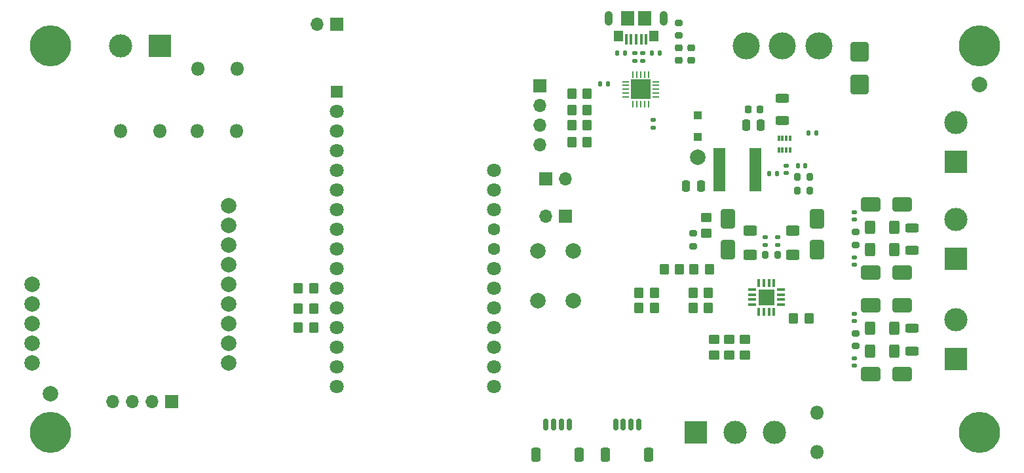
<source format=gbr>
%TF.GenerationSoftware,KiCad,Pcbnew,7.0.8*%
%TF.CreationDate,2024-03-31T13:52:50+01:00*%
%TF.ProjectId,cryoskills_sensor_kit,6372796f-736b-4696-9c6c-735f73656e73,rev?*%
%TF.SameCoordinates,Original*%
%TF.FileFunction,Soldermask,Top*%
%TF.FilePolarity,Negative*%
%FSLAX46Y46*%
G04 Gerber Fmt 4.6, Leading zero omitted, Abs format (unit mm)*
G04 Created by KiCad (PCBNEW 7.0.8) date 2024-03-31 13:52:50*
%MOMM*%
%LPD*%
G01*
G04 APERTURE LIST*
G04 Aperture macros list*
%AMRoundRect*
0 Rectangle with rounded corners*
0 $1 Rounding radius*
0 $2 $3 $4 $5 $6 $7 $8 $9 X,Y pos of 4 corners*
0 Add a 4 corners polygon primitive as box body*
4,1,4,$2,$3,$4,$5,$6,$7,$8,$9,$2,$3,0*
0 Add four circle primitives for the rounded corners*
1,1,$1+$1,$2,$3*
1,1,$1+$1,$4,$5*
1,1,$1+$1,$6,$7*
1,1,$1+$1,$8,$9*
0 Add four rect primitives between the rounded corners*
20,1,$1+$1,$2,$3,$4,$5,0*
20,1,$1+$1,$4,$5,$6,$7,0*
20,1,$1+$1,$6,$7,$8,$9,0*
20,1,$1+$1,$8,$9,$2,$3,0*%
G04 Aperture macros list end*
%ADD10RoundRect,0.200000X0.275000X-0.200000X0.275000X0.200000X-0.275000X0.200000X-0.275000X-0.200000X0*%
%ADD11RoundRect,0.225000X0.250000X-0.225000X0.250000X0.225000X-0.250000X0.225000X-0.250000X-0.225000X0*%
%ADD12C,3.000000*%
%ADD13R,3.000000X3.000000*%
%ADD14R,0.300000X0.670000*%
%ADD15RoundRect,0.140000X0.140000X0.170000X-0.140000X0.170000X-0.140000X-0.170000X0.140000X-0.170000X0*%
%ADD16RoundRect,0.135000X-0.135000X-0.185000X0.135000X-0.185000X0.135000X0.185000X-0.135000X0.185000X0*%
%ADD17RoundRect,0.250000X-0.900000X1.000000X-0.900000X-1.000000X0.900000X-1.000000X0.900000X1.000000X0*%
%ADD18RoundRect,0.250000X0.400000X0.625000X-0.400000X0.625000X-0.400000X-0.625000X0.400000X-0.625000X0*%
%ADD19O,1.700000X1.700000*%
%ADD20R,1.700000X1.700000*%
%ADD21C,2.000000*%
%ADD22RoundRect,0.250000X0.625000X-0.312500X0.625000X0.312500X-0.625000X0.312500X-0.625000X-0.312500X0*%
%ADD23RoundRect,0.250000X0.350000X0.450000X-0.350000X0.450000X-0.350000X-0.450000X0.350000X-0.450000X0*%
%ADD24C,5.300000*%
%ADD25RoundRect,0.250000X-0.350000X-0.450000X0.350000X-0.450000X0.350000X0.450000X-0.350000X0.450000X0*%
%ADD26R,1.600000X5.700000*%
%ADD27RoundRect,0.250000X-1.000000X-0.650000X1.000000X-0.650000X1.000000X0.650000X-1.000000X0.650000X0*%
%ADD28RoundRect,0.200000X0.200000X0.275000X-0.200000X0.275000X-0.200000X-0.275000X0.200000X-0.275000X0*%
%ADD29RoundRect,0.250000X0.450000X-0.350000X0.450000X0.350000X-0.450000X0.350000X-0.450000X-0.350000X0*%
%ADD30RoundRect,0.135000X-0.185000X0.135000X-0.185000X-0.135000X0.185000X-0.135000X0.185000X0.135000X0*%
%ADD31RoundRect,0.250000X0.250000X0.475000X-0.250000X0.475000X-0.250000X-0.475000X0.250000X-0.475000X0*%
%ADD32O,1.800000X1.800000*%
%ADD33RoundRect,0.250000X0.300000X-0.300000X0.300000X0.300000X-0.300000X0.300000X-0.300000X-0.300000X0*%
%ADD34RoundRect,0.218750X-0.256250X0.218750X-0.256250X-0.218750X0.256250X-0.218750X0.256250X0.218750X0*%
%ADD35R,2.100000X2.100000*%
%ADD36RoundRect,0.087500X-0.425000X0.087500X-0.425000X-0.087500X0.425000X-0.087500X0.425000X0.087500X0*%
%ADD37RoundRect,0.087500X-0.087500X0.425000X-0.087500X-0.425000X0.087500X-0.425000X0.087500X0.425000X0*%
%ADD38RoundRect,0.250000X-0.450000X0.350000X-0.450000X-0.350000X0.450000X-0.350000X0.450000X0.350000X0*%
%ADD39RoundRect,0.250000X-0.350000X-0.650000X0.350000X-0.650000X0.350000X0.650000X-0.350000X0.650000X0*%
%ADD40RoundRect,0.150000X-0.150000X-0.625000X0.150000X-0.625000X0.150000X0.625000X-0.150000X0.625000X0*%
%ADD41RoundRect,0.140000X-0.170000X0.140000X-0.170000X-0.140000X0.170000X-0.140000X0.170000X0.140000X0*%
%ADD42RoundRect,0.250000X-0.625000X0.400000X-0.625000X-0.400000X0.625000X-0.400000X0.625000X0.400000X0*%
%ADD43R,2.500000X2.500000*%
%ADD44RoundRect,0.062500X0.062500X0.350000X-0.062500X0.350000X-0.062500X-0.350000X0.062500X-0.350000X0*%
%ADD45RoundRect,0.062500X0.350000X0.062500X-0.350000X0.062500X-0.350000X-0.062500X0.350000X-0.062500X0*%
%ADD46C,3.500000*%
%ADD47RoundRect,0.135000X0.135000X0.185000X-0.135000X0.185000X-0.135000X-0.185000X0.135000X-0.185000X0*%
%ADD48O,1.050000X1.900000*%
%ADD49R,1.150000X1.450000*%
%ADD50R,1.750000X1.900000*%
%ADD51R,0.400000X1.400000*%
%ADD52RoundRect,0.135000X0.185000X-0.135000X0.185000X0.135000X-0.185000X0.135000X-0.185000X-0.135000X0*%
%ADD53RoundRect,0.250000X0.650000X-1.000000X0.650000X1.000000X-0.650000X1.000000X-0.650000X-1.000000X0*%
%ADD54C,1.800000*%
%ADD55C,1.600000*%
%ADD56R,1.600000X1.600000*%
%ADD57RoundRect,0.200000X-0.200000X-0.275000X0.200000X-0.275000X0.200000X0.275000X-0.200000X0.275000X0*%
%ADD58RoundRect,0.140000X0.170000X-0.140000X0.170000X0.140000X-0.170000X0.140000X-0.170000X-0.140000X0*%
%ADD59RoundRect,0.225000X0.225000X0.250000X-0.225000X0.250000X-0.225000X-0.250000X0.225000X-0.250000X0*%
G04 APERTURE END LIST*
D10*
%TO.C,C2*%
X137500000Y-81095000D03*
X137500000Y-82745000D03*
%TD*%
D11*
%TO.C,C16*%
X116250000Y-57300000D03*
X116250000Y-58850000D03*
%TD*%
D12*
%TO.C,J11*%
X127039998Y-107000000D03*
X121959998Y-107000000D03*
D13*
X116879998Y-107000000D03*
%TD*%
D14*
%TO.C,U3*%
X129080000Y-70480000D03*
X128580000Y-70480000D03*
X128080000Y-70480000D03*
X127580000Y-70480000D03*
X127580000Y-69000000D03*
X128080000Y-69000000D03*
X128580000Y-69000000D03*
X129080000Y-69000000D03*
%TD*%
D15*
%TO.C,C9*%
X130080000Y-72500001D03*
X131040000Y-72500001D03*
%TD*%
D16*
%TO.C,C12*%
X107712220Y-57972501D03*
X106692220Y-57972501D03*
%TD*%
D17*
%TO.C,D1*%
X138000000Y-62050000D03*
X138000000Y-57750000D03*
%TD*%
D18*
%TO.C,R13*%
X139400000Y-93537500D03*
X142500000Y-93537500D03*
%TD*%
D10*
%TO.C,C14*%
X114702221Y-54049997D03*
X114702221Y-55699997D03*
%TD*%
D19*
%TO.C,J12*%
X96700000Y-69820000D03*
X96700000Y-67280000D03*
X96700000Y-64740000D03*
D20*
X96700000Y-62200000D03*
%TD*%
D18*
%TO.C,R14*%
X139400000Y-96462500D03*
X142500000Y-96462500D03*
%TD*%
D21*
%TO.C,SW2*%
X101000000Y-83500000D03*
X101000000Y-90000000D03*
X96500000Y-83500000D03*
X96500000Y-90000000D03*
%TD*%
D22*
%TO.C,R2*%
X144817500Y-93537500D03*
X144817500Y-96462500D03*
%TD*%
D23*
%TO.C,R19*%
X116600000Y-85900000D03*
X118600000Y-85900000D03*
%TD*%
D21*
%TO.C,FID1*%
X33500000Y-102000000D03*
%TD*%
D12*
%TO.C,J1*%
X150500000Y-66920000D03*
D13*
X150500000Y-72000000D03*
%TD*%
D23*
%TO.C,R33*%
X100832220Y-65338311D03*
X102832220Y-65338311D03*
%TD*%
D18*
%TO.C,R11*%
X139400000Y-80457500D03*
X142500000Y-80457500D03*
%TD*%
D24*
%TO.C,H1*%
X153500000Y-57000000D03*
%TD*%
D25*
%TO.C,R7*%
X67500000Y-93430000D03*
X65500000Y-93430000D03*
%TD*%
D22*
%TO.C,R1*%
X144817500Y-80537500D03*
X144817500Y-83462500D03*
%TD*%
D26*
%TO.C,L1*%
X119880000Y-72995000D03*
X124580000Y-72995000D03*
%TD*%
D27*
%TO.C,D6*%
X143500000Y-90580000D03*
X139500000Y-90580000D03*
%TD*%
D28*
%TO.C,R29*%
X129950000Y-74000000D03*
X131600000Y-74000000D03*
%TD*%
D29*
%TO.C,R22*%
X119216251Y-95000000D03*
X119216251Y-97000000D03*
%TD*%
D30*
%TO.C,R35*%
X108964222Y-58992501D03*
X108964222Y-57972501D03*
%TD*%
D31*
%TO.C,C5*%
X123350000Y-67250000D03*
X125250000Y-67250000D03*
%TD*%
D32*
%TO.C,R24*%
X52500000Y-60000000D03*
X57580000Y-60000000D03*
%TD*%
D25*
%TO.C,R5*%
X111500000Y-90900000D03*
X109500000Y-90900000D03*
%TD*%
D33*
%TO.C,D8*%
X117117351Y-65979812D03*
X117117351Y-68779812D03*
%TD*%
D24*
%TO.C,H2*%
X153500000Y-107000000D03*
%TD*%
D34*
%TO.C,FB1*%
X114702221Y-58850000D03*
X114702221Y-57275000D03*
%TD*%
D35*
%TO.C,U2*%
X126000000Y-89500000D03*
D36*
X127862500Y-88525000D03*
X127862500Y-89175000D03*
X127862500Y-89825000D03*
X127862500Y-90475000D03*
D37*
X126975000Y-91362500D03*
X126325000Y-91362500D03*
X125675000Y-91362500D03*
X125025000Y-91362500D03*
D36*
X124137500Y-90475000D03*
X124137500Y-89825000D03*
X124137500Y-89175000D03*
X124137500Y-88525000D03*
D37*
X125025000Y-87637500D03*
X125675000Y-87637500D03*
X126325000Y-87637500D03*
X126975000Y-87637500D03*
%TD*%
D23*
%TO.C,R32*%
X100832220Y-67254156D03*
X102832220Y-67254156D03*
%TD*%
D38*
%TO.C,R15*%
X118250000Y-81250000D03*
X118250000Y-79250000D03*
%TD*%
D21*
%TO.C,TP1*%
X117100000Y-71400000D03*
%TD*%
D24*
%TO.C,H3*%
X33500000Y-57000000D03*
%TD*%
D29*
%TO.C,R18*%
X121216251Y-95000000D03*
X121216251Y-97000000D03*
%TD*%
D18*
%TO.C,R12*%
X139400000Y-83382500D03*
X142500000Y-83382500D03*
%TD*%
D23*
%TO.C,R17*%
X116500000Y-90900000D03*
X118500000Y-90900000D03*
%TD*%
D32*
%TO.C,R27*%
X132500000Y-104460000D03*
X132500000Y-109540000D03*
%TD*%
D39*
%TO.C,J9*%
X110800000Y-109875000D03*
X105200000Y-109875000D03*
D40*
X109500000Y-106000000D03*
X108500000Y-106000000D03*
X107500000Y-106000000D03*
X106500000Y-106000000D03*
%TD*%
D39*
%TO.C,J10*%
X101800000Y-109875000D03*
X96200000Y-109875000D03*
D40*
X100500000Y-106000000D03*
X99500000Y-106000000D03*
X98500000Y-106000000D03*
X97500000Y-106000000D03*
%TD*%
D10*
%TO.C,C4*%
X116500000Y-81250000D03*
X116500000Y-82900000D03*
%TD*%
D19*
%TO.C,J5*%
X97500000Y-79000000D03*
D20*
X100040000Y-79000000D03*
%TD*%
D16*
%TO.C,R28*%
X132415000Y-68250000D03*
X131395000Y-68250000D03*
%TD*%
D29*
%TO.C,R16*%
X123216251Y-95000000D03*
X123216251Y-97000000D03*
%TD*%
D32*
%TO.C,R26*%
X42500000Y-68000000D03*
X47580000Y-68000000D03*
%TD*%
D41*
%TO.C,C17*%
X125825000Y-82750000D03*
X125825000Y-81790000D03*
%TD*%
D23*
%TO.C,R23*%
X129500000Y-92250000D03*
X131500000Y-92250000D03*
%TD*%
D42*
%TO.C,R9*%
X123900000Y-83999999D03*
X123900000Y-80899999D03*
%TD*%
D23*
%TO.C,R21*%
X116500000Y-88925000D03*
X118500000Y-88925000D03*
%TD*%
D19*
%TO.C,J4*%
X67960000Y-54250000D03*
D20*
X70500000Y-54250000D03*
%TD*%
D42*
%TO.C,R10*%
X129400000Y-84000000D03*
X129400000Y-80900000D03*
%TD*%
D43*
%TO.C,U4*%
X109732222Y-62650001D03*
D44*
X110732222Y-64587501D03*
X110232222Y-64587501D03*
X109732222Y-64587501D03*
X109232222Y-64587501D03*
X108732222Y-64587501D03*
D45*
X107794722Y-63650001D03*
X107794722Y-63150001D03*
X107794722Y-62650001D03*
X107794722Y-62150001D03*
X107794722Y-61650001D03*
D44*
X108732222Y-60712501D03*
X109232222Y-60712501D03*
X109732222Y-60712501D03*
X110232222Y-60712501D03*
X110732222Y-60712501D03*
D45*
X111669722Y-61650001D03*
X111669722Y-62150001D03*
X111669722Y-62650001D03*
X111669722Y-63150001D03*
X111669722Y-63650001D03*
%TD*%
D12*
%TO.C,J2*%
X150500000Y-79460000D03*
D13*
X150500000Y-84540000D03*
%TD*%
D19*
%TO.C,J8*%
X41500000Y-103000000D03*
X44040000Y-103000000D03*
X46580000Y-103000000D03*
D20*
X49120000Y-103000000D03*
%TD*%
D25*
%TO.C,R8*%
X67500000Y-90950000D03*
X65500000Y-90950000D03*
%TD*%
D46*
%TO.C,SW1*%
X123380000Y-57000000D03*
X128080000Y-57000000D03*
X132780000Y-57000000D03*
%TD*%
D23*
%TO.C,R34*%
X100832220Y-69500000D03*
X102832220Y-69500000D03*
%TD*%
D32*
%TO.C,R25*%
X52420000Y-68000000D03*
X57500000Y-68000000D03*
%TD*%
D25*
%TO.C,R6*%
X67500000Y-88350000D03*
X65500000Y-88350000D03*
%TD*%
D23*
%TO.C,R31*%
X100832220Y-63250000D03*
X102832220Y-63250000D03*
%TD*%
D21*
%TO.C,FID2*%
X153500000Y-62000000D03*
%TD*%
D10*
%TO.C,C3*%
X137500000Y-94175000D03*
X137500000Y-95825000D03*
%TD*%
D47*
%TO.C,C11*%
X111202220Y-57962501D03*
X112222220Y-57962501D03*
%TD*%
D41*
%TO.C,C19*%
X137335000Y-79500000D03*
X137335000Y-78540000D03*
%TD*%
D28*
%TO.C,C1*%
X125825000Y-84000000D03*
X127475000Y-84000000D03*
%TD*%
D21*
%TO.C,U1*%
X31100000Y-98000000D03*
X31100000Y-95460000D03*
X31100000Y-92920000D03*
X31100000Y-90380000D03*
X31100000Y-87840000D03*
X56500000Y-77680000D03*
X56500000Y-80220000D03*
X56500000Y-82760000D03*
X56500000Y-85300000D03*
X56500000Y-87840000D03*
X56500000Y-90380000D03*
X56500000Y-92920000D03*
X56500000Y-95460000D03*
X56500000Y-98000000D03*
%TD*%
D48*
%TO.C,J13*%
X105582220Y-53500000D03*
D49*
X106837220Y-55730000D03*
D50*
X108032220Y-53500000D03*
X110282220Y-53500000D03*
D49*
X111477220Y-55730000D03*
D48*
X112732220Y-53500000D03*
D51*
X107857220Y-56150000D03*
X108507220Y-56150000D03*
X109157220Y-56150000D03*
X109807220Y-56150000D03*
X110457220Y-56150000D03*
%TD*%
D19*
%TO.C,J6*%
X100040000Y-74250000D03*
D20*
X97500000Y-74250000D03*
%TD*%
D24*
%TO.C,H4*%
X33500000Y-107000000D03*
%TD*%
D41*
%TO.C,C21*%
X137335000Y-92600000D03*
X137335000Y-91640000D03*
%TD*%
D52*
%TO.C,C13*%
X111332220Y-66600000D03*
X111332220Y-67620000D03*
%TD*%
D27*
%TO.C,D5*%
X143500000Y-86340000D03*
X139500000Y-86340000D03*
%TD*%
D25*
%TO.C,R4*%
X111500000Y-88925000D03*
X109500000Y-88925000D03*
%TD*%
D53*
%TO.C,D2*%
X121000000Y-79400000D03*
X121000000Y-83400000D03*
%TD*%
D16*
%TO.C,C15*%
X105530001Y-61957002D03*
X104510001Y-61957002D03*
%TD*%
D12*
%TO.C,J3*%
X150500000Y-92460000D03*
D13*
X150500000Y-97540000D03*
%TD*%
D27*
%TO.C,D4*%
X143500000Y-77500000D03*
X139500000Y-77500000D03*
%TD*%
D30*
%TO.C,R36*%
X110000221Y-58982499D03*
X110000221Y-57962499D03*
%TD*%
D54*
%TO.C,A1*%
X90820000Y-73110000D03*
X90820000Y-75650000D03*
X90820000Y-78190000D03*
D55*
X90820000Y-80730000D03*
X90820000Y-83270000D03*
D54*
X90820000Y-85810000D03*
X90820000Y-88350000D03*
X90820000Y-90890000D03*
X90820000Y-93430000D03*
X90820000Y-95970000D03*
X90820000Y-98510000D03*
X90820000Y-101050000D03*
X70500000Y-101050000D03*
X70500000Y-98510000D03*
X70500000Y-95970000D03*
X70500000Y-93430000D03*
X70500000Y-90890000D03*
X70500000Y-88350000D03*
X70500000Y-85810000D03*
X70500000Y-83270000D03*
X70500000Y-80730000D03*
X70500000Y-78190000D03*
X70500000Y-75650000D03*
X70500000Y-73110000D03*
X70500000Y-70570000D03*
X70500000Y-68030000D03*
X70500000Y-65490000D03*
D56*
X70500000Y-62950000D03*
%TD*%
D22*
%TO.C,R3*%
X128080000Y-63787500D03*
X128080000Y-66712500D03*
%TD*%
D12*
%TO.C,J7*%
X42500000Y-57000000D03*
D13*
X47580000Y-57000000D03*
%TD*%
D31*
%TO.C,C10*%
X115600001Y-75120000D03*
X117500001Y-75120000D03*
%TD*%
D23*
%TO.C,R20*%
X112774999Y-85900000D03*
X114774999Y-85900000D03*
%TD*%
D15*
%TO.C,C8*%
X126369999Y-73500002D03*
X127329999Y-73500002D03*
%TD*%
D41*
%TO.C,C18*%
X127475000Y-82750000D03*
X127475000Y-81790000D03*
%TD*%
D27*
%TO.C,D7*%
X143500000Y-99420000D03*
X139500000Y-99420000D03*
%TD*%
D57*
%TO.C,R30*%
X131600000Y-75750001D03*
X129950000Y-75750001D03*
%TD*%
D58*
%TO.C,C20*%
X137335000Y-84350000D03*
X137335000Y-85310000D03*
%TD*%
%TO.C,C22*%
X137335000Y-97400000D03*
X137335000Y-98360000D03*
%TD*%
D59*
%TO.C,C6*%
X123650000Y-65250000D03*
X125200000Y-65250000D03*
%TD*%
D53*
%TO.C,D3*%
X132500000Y-79400000D03*
X132500000Y-83400000D03*
%TD*%
D41*
%TO.C,C7*%
X128579997Y-73460002D03*
X128579997Y-72500002D03*
%TD*%
M02*

</source>
